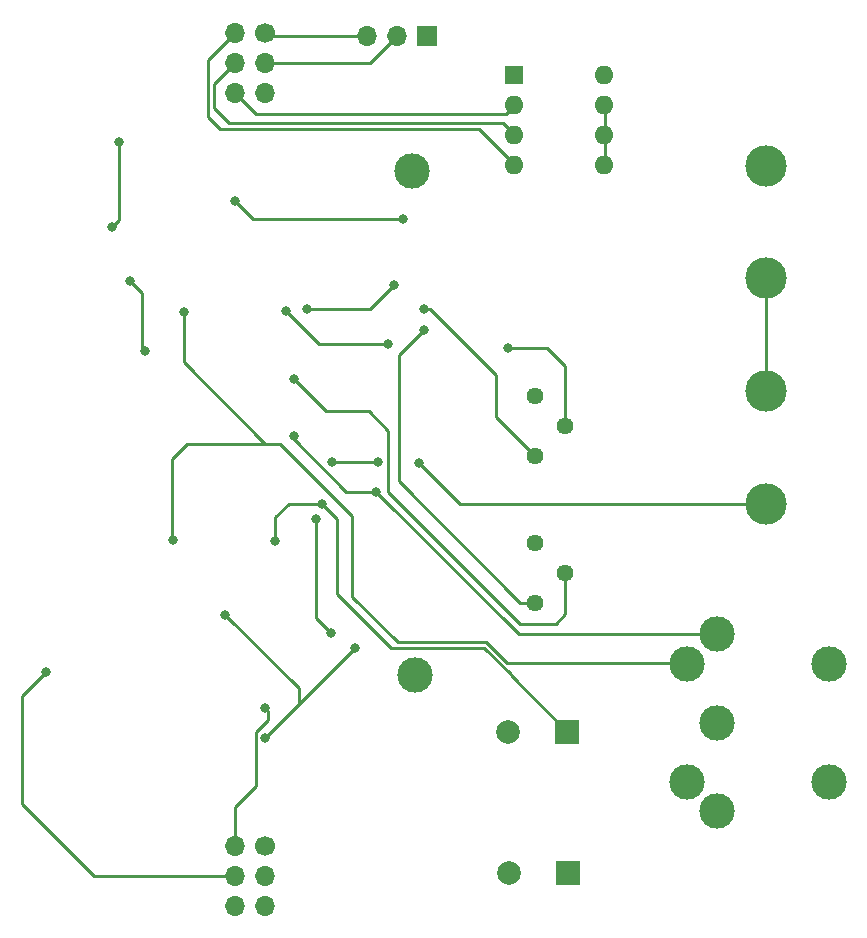
<source format=gtl>
G04 #@! TF.GenerationSoftware,KiCad,Pcbnew,8.0.4*
G04 #@! TF.CreationDate,2024-09-09T14:04:52-07:00*
G04 #@! TF.ProjectId,Bottom_Board,426f7474-6f6d-45f4-926f-6172642e6b69,0*
G04 #@! TF.SameCoordinates,Original*
G04 #@! TF.FileFunction,Copper,L1,Top*
G04 #@! TF.FilePolarity,Positive*
%FSLAX46Y46*%
G04 Gerber Fmt 4.6, Leading zero omitted, Abs format (unit mm)*
G04 Created by KiCad (PCBNEW 8.0.4) date 2024-09-09 14:04:52*
%MOMM*%
%LPD*%
G01*
G04 APERTURE LIST*
G04 #@! TA.AperFunction,ComponentPad*
%ADD10R,1.600000X1.600000*%
G04 #@! TD*
G04 #@! TA.AperFunction,ComponentPad*
%ADD11O,1.600000X1.600000*%
G04 #@! TD*
G04 #@! TA.AperFunction,ComponentPad*
%ADD12R,2.000000X2.000000*%
G04 #@! TD*
G04 #@! TA.AperFunction,ComponentPad*
%ADD13C,2.000000*%
G04 #@! TD*
G04 #@! TA.AperFunction,ComponentPad*
%ADD14C,3.000000*%
G04 #@! TD*
G04 #@! TA.AperFunction,ComponentPad*
%ADD15C,1.700000*%
G04 #@! TD*
G04 #@! TA.AperFunction,ComponentPad*
%ADD16O,1.700000X1.700000*%
G04 #@! TD*
G04 #@! TA.AperFunction,ComponentPad*
%ADD17C,1.440000*%
G04 #@! TD*
G04 #@! TA.AperFunction,ComponentPad*
%ADD18R,1.700000X1.700000*%
G04 #@! TD*
G04 #@! TA.AperFunction,ComponentPad*
%ADD19C,3.500000*%
G04 #@! TD*
G04 #@! TA.AperFunction,ViaPad*
%ADD20C,0.800000*%
G04 #@! TD*
G04 #@! TA.AperFunction,Conductor*
%ADD21C,0.250000*%
G04 #@! TD*
G04 APERTURE END LIST*
D10*
X144780000Y-71882000D03*
D11*
X144780000Y-74422000D03*
X144780000Y-76962000D03*
X144780000Y-79502000D03*
X152400000Y-79502000D03*
X152400000Y-76962000D03*
X152400000Y-74422000D03*
X152400000Y-71882000D03*
D12*
X149270323Y-127508000D03*
D13*
X144270323Y-127508000D03*
D14*
X161950000Y-119246000D03*
X161950000Y-126746000D03*
X161950000Y-134246000D03*
X159450000Y-121746000D03*
X159450000Y-131746000D03*
X171450000Y-121746000D03*
X171450000Y-131746000D03*
D12*
X149352000Y-139446000D03*
D13*
X144352000Y-139446000D03*
D15*
X123698000Y-68326000D03*
D16*
X121158000Y-68326000D03*
X123698000Y-70866000D03*
X121158000Y-70866000D03*
X123698000Y-73406000D03*
X121158000Y-73406000D03*
D14*
X136398000Y-122682000D03*
D15*
X123698000Y-137160000D03*
D16*
X121158000Y-137160000D03*
X123698000Y-139700000D03*
X121158000Y-139700000D03*
X123698000Y-142240000D03*
X121158000Y-142240000D03*
D17*
X146573000Y-116586000D03*
X149113000Y-114046000D03*
X146573000Y-111506000D03*
D18*
X137399000Y-68580000D03*
D16*
X134859000Y-68580000D03*
X132319000Y-68580000D03*
D14*
X136144000Y-80010000D03*
D19*
X166082500Y-108195000D03*
X166082500Y-98665000D03*
X166082500Y-89135000D03*
X166082500Y-79605000D03*
D17*
X146558000Y-104140000D03*
X149098000Y-101600000D03*
X146558000Y-99060000D03*
D20*
X128524000Y-108204000D03*
X134061200Y-94691200D03*
X125501400Y-91922600D03*
X124561600Y-111328200D03*
X105156000Y-122428000D03*
X115925600Y-111302800D03*
X116789200Y-91948000D03*
X131318000Y-120396000D03*
X120319800Y-117602000D03*
X123698000Y-128016000D03*
X123698000Y-125476000D03*
X133096000Y-107188000D03*
X126111000Y-102438200D03*
X111302800Y-77546200D03*
X110693200Y-84810600D03*
X113538000Y-95250000D03*
X112268000Y-89331800D03*
X135382000Y-84074000D03*
X121158000Y-82550000D03*
X144272000Y-94996000D03*
X126111000Y-97663000D03*
X137160000Y-91694000D03*
X129286000Y-119126000D03*
X128016000Y-109474000D03*
X134620000Y-89662000D03*
X127254000Y-91694000D03*
X137160000Y-93472000D03*
X136753600Y-104749600D03*
X129336800Y-104698800D03*
X133223000Y-104673400D03*
D21*
X134366000Y-120396000D02*
X142240000Y-120396000D01*
X129794000Y-115824000D02*
X134366000Y-120396000D01*
X144485161Y-122722838D02*
X149270323Y-127508000D01*
X125730000Y-108204000D02*
X128524000Y-108204000D01*
X144485161Y-122641161D02*
X144485161Y-122722838D01*
X134061200Y-94691200D02*
X128270000Y-94691200D01*
X128270000Y-94691200D02*
X125501400Y-91922600D01*
X124561600Y-111328200D02*
X124561600Y-109372400D01*
X128524000Y-108204000D02*
X129794000Y-109474000D01*
X129794000Y-109474000D02*
X129794000Y-115824000D01*
X124561600Y-109372400D02*
X125730000Y-108204000D01*
X142240000Y-120396000D02*
X144485161Y-122641161D01*
X109220000Y-139700000D02*
X121158000Y-139700000D01*
X103124000Y-124460000D02*
X103124000Y-133604000D01*
X103124000Y-133604000D02*
X109220000Y-139700000D01*
X105156000Y-122428000D02*
X103124000Y-124460000D01*
X143796500Y-75946000D02*
X120650000Y-75946000D01*
X120650000Y-75946000D02*
X119380000Y-74676000D01*
X144822500Y-76972000D02*
X143796500Y-75946000D01*
X119380000Y-72644000D02*
X121158000Y-70866000D01*
X119380000Y-74676000D02*
X119380000Y-72644000D01*
X118872000Y-70612000D02*
X121158000Y-68326000D01*
X119888000Y-76454000D02*
X118872000Y-75438000D01*
X141764500Y-76454000D02*
X119888000Y-76454000D01*
X118872000Y-75438000D02*
X118872000Y-70612000D01*
X144822500Y-79512000D02*
X141764500Y-76454000D01*
X132319000Y-68580000D02*
X123952000Y-68580000D01*
X123952000Y-68580000D02*
X123698000Y-68326000D01*
X144822500Y-74432000D02*
X144070500Y-75184000D01*
X122936000Y-75184000D02*
X121158000Y-73406000D01*
X144070500Y-75184000D02*
X122936000Y-75184000D01*
X134859000Y-68580000D02*
X132573000Y-70866000D01*
X132573000Y-70866000D02*
X123698000Y-70866000D01*
X144146396Y-121666000D02*
X159370000Y-121666000D01*
X116789200Y-96215200D02*
X123698000Y-103124000D01*
X116789200Y-91948000D02*
X116789200Y-96215200D01*
X117094000Y-103124000D02*
X115824000Y-104394000D01*
X115925600Y-111302800D02*
X115824000Y-111201200D01*
X131064000Y-116078000D02*
X134932000Y-119946000D01*
X159370000Y-121666000D02*
X159450000Y-121746000D01*
X134932000Y-119946000D02*
X142426396Y-119946000D01*
X115824000Y-111201200D02*
X115824000Y-104394000D01*
X131064000Y-109220000D02*
X131064000Y-116078000D01*
X142426396Y-119946000D02*
X144146396Y-121666000D01*
X123698000Y-103124000D02*
X117094000Y-103124000D01*
X124968000Y-103124000D02*
X131064000Y-109220000D01*
X123698000Y-103124000D02*
X124968000Y-103124000D01*
X126555500Y-123837700D02*
X126555500Y-125158500D01*
X120319800Y-117602000D02*
X126555500Y-123837700D01*
X123698000Y-128016000D02*
X126555500Y-125158500D01*
X126555500Y-125158500D02*
X131318000Y-120396000D01*
X123952000Y-125730000D02*
X123952000Y-126492000D01*
X123952000Y-126492000D02*
X122936000Y-127508000D01*
X123698000Y-125476000D02*
X123952000Y-125730000D01*
X122936000Y-127508000D02*
X122936000Y-132080000D01*
X122936000Y-132080000D02*
X121158000Y-133858000D01*
X121158000Y-133858000D02*
X121158000Y-137160000D01*
X152442500Y-79512000D02*
X152442500Y-76972000D01*
X130581400Y-107188000D02*
X133096000Y-107188000D01*
X126111000Y-102438200D02*
X126111000Y-102717600D01*
X145154000Y-119246000D02*
X133096000Y-107188000D01*
X152442500Y-76972000D02*
X152442500Y-74432000D01*
X161950000Y-119246000D02*
X145154000Y-119246000D01*
X111302800Y-84201000D02*
X110693200Y-84810600D01*
X166082500Y-98665000D02*
X166082500Y-89135000D01*
X126111000Y-102717600D02*
X130581400Y-107188000D01*
X111302800Y-77546200D02*
X111302800Y-84201000D01*
X113284000Y-90347800D02*
X113284000Y-94996000D01*
X112268000Y-89331800D02*
X113284000Y-90347800D01*
X135382000Y-84074000D02*
X122682000Y-84074000D01*
X113284000Y-94996000D02*
X113538000Y-95250000D01*
X122682000Y-84074000D02*
X121158000Y-82550000D01*
X147574000Y-94996000D02*
X149098000Y-96520000D01*
X144272000Y-94996000D02*
X147574000Y-94996000D01*
X149098000Y-96520000D02*
X149098000Y-101600000D01*
X126111000Y-97663000D02*
X128828800Y-100380800D01*
X145288000Y-118364000D02*
X148336000Y-118364000D01*
X134137400Y-107213400D02*
X145288000Y-118364000D01*
X134137400Y-102031800D02*
X134137400Y-107213400D01*
X128828800Y-100380800D02*
X132486400Y-100380800D01*
X149113000Y-117587000D02*
X149113000Y-114046000D01*
X132486400Y-100380800D02*
X134137400Y-102031800D01*
X148336000Y-118364000D02*
X149113000Y-117587000D01*
X143256000Y-97282000D02*
X143256000Y-100838000D01*
X137160000Y-91694000D02*
X137668000Y-91694000D01*
X143256000Y-100838000D02*
X146558000Y-104140000D01*
X137668000Y-91694000D02*
X143256000Y-97282000D01*
X129286000Y-119126000D02*
X128016000Y-117856000D01*
X128016000Y-117856000D02*
X128016000Y-109474000D01*
X132588000Y-91694000D02*
X134620000Y-89662000D01*
X127254000Y-91694000D02*
X132588000Y-91694000D01*
X145262600Y-116586000D02*
X146573000Y-116586000D01*
X135001000Y-95631000D02*
X135001000Y-106324400D01*
X135001000Y-106324400D02*
X145262600Y-116586000D01*
X137160000Y-93472000D02*
X135001000Y-95631000D01*
X129336800Y-104698800D02*
X133197600Y-104698800D01*
X133197600Y-104698800D02*
X133223000Y-104673400D01*
X136753600Y-104749600D02*
X140199000Y-108195000D01*
X140199000Y-108195000D02*
X166082500Y-108195000D01*
M02*

</source>
